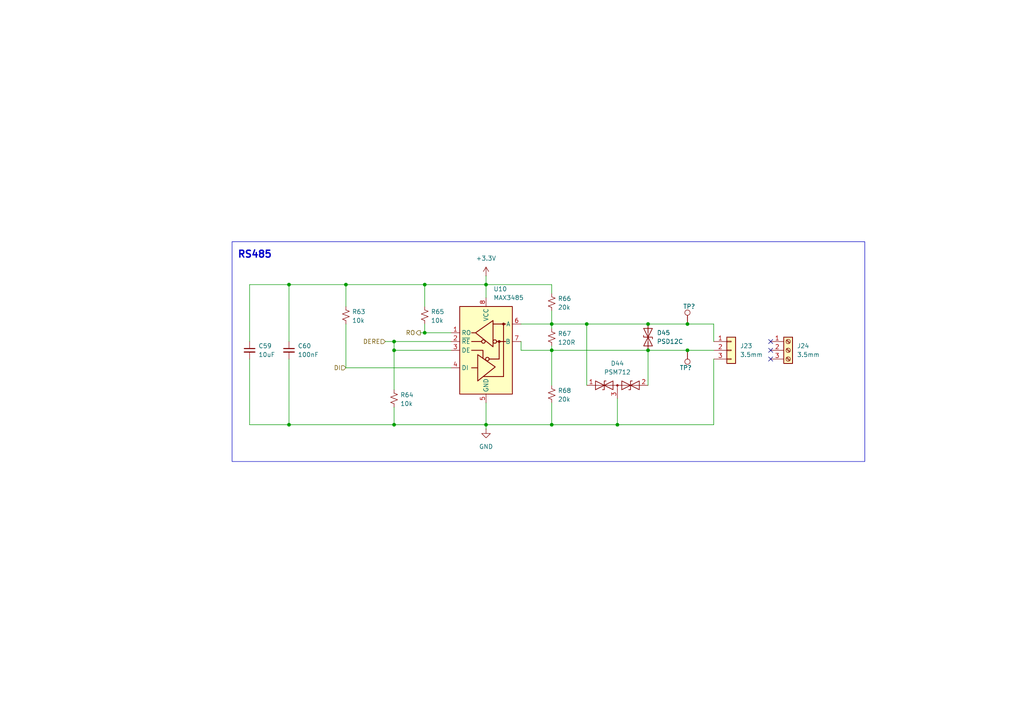
<source format=kicad_sch>
(kicad_sch (version 20250114) (generator "eeschema") (generator_version "9.0")
  (paper "A4")
  (title_block (title "https://github.com/hoeken/brineomatic") (date "2025-12-22") (rev "C"))
  (lib_symbols
    (symbol "Connector:Screw_Terminal_01x03" (pin_names (offset 1.016) (hide yes))
      (property "Reference" "J" (at 0 5.08 0))
      (property "Value" "Screw_Terminal_01x03" (at 0 -5.08 0))
      (symbol "Screw_Terminal_01x03_1_1"
        (rectangle (start -1.27 3.81) (end 1.27 -3.81) (stroke (width 0.254)) (fill (type background)))
        (polyline (pts (xy -0.5334 2.8702) (xy 0.3302 2.032)) (stroke (width 0.1524)))
        (polyline (pts (xy -0.5334 0.3302) (xy 0.3302 -0.508)) (stroke (width 0.1524)))
        (polyline (pts (xy -0.5334 -2.2098) (xy 0.3302 -3.048)) (stroke (width 0.1524)))
        (polyline (pts (xy -0.3556 3.048) (xy 0.508 2.2098)) (stroke (width 0.1524)))
        (polyline (pts (xy -0.3556 0.508) (xy 0.508 -0.3302)) (stroke (width 0.1524)))
        (polyline (pts (xy -0.3556 -2.032) (xy 0.508 -2.8702)) (stroke (width 0.1524)))
        (circle (center 0 2.54) (radius 0.635) (stroke (width 0.1524)))
        (circle (center 0 0) (radius 0.635) (stroke (width 0.1524)))
        (circle (center 0 -2.54) (radius 0.635) (stroke (width 0.1524)))
        (pin passive line (at -5.08 2.54 0) (length 3.81) (name "Pin_1") (number "1"))
        (pin passive line (at -5.08 0 0) (length 3.81) (name "Pin_2") (number "2"))
        (pin passive line (at -5.08 -2.54 0) (length 3.81) (name "Pin_3") (number "3"))
      )
    )
    (symbol "Connector:TestPoint" (pin_numbers (hide yes)) (pin_names (offset 0.762) (hide yes))
      (property "Reference" "TP" (at 0 6.858 0))
      (property "Value" "TestPoint" (at 0 5.08 0))
      (symbol "TestPoint_0_1"
        (circle (center 0 3.302) (radius 0.762))
      )
      (symbol "TestPoint_1_1"
        (pin passive line (at 0 0 90) (length 2.54) (name "1") (number "1"))
      )
    )
    (symbol "Connector_Generic:Conn_01x03" (pin_names (offset 1.016) (hide yes))
      (property "Reference" "J" (at 0 5.08 0))
      (property "Value" "Conn_01x03" (at 0 -5.08 0))
      (symbol "Conn_01x03_1_1"
        (rectangle (start -1.27 3.81) (end 1.27 -3.81) (stroke (width 0.254)) (fill (type background)))
        (rectangle (start -1.27 2.667) (end 0 2.413) (stroke (width 0.1524)))
        (rectangle (start -1.27 0.127) (end 0 -0.127) (stroke (width 0.1524)))
        (rectangle (start -1.27 -2.413) (end 0 -2.667) (stroke (width 0.1524)))
        (pin passive line (at -5.08 2.54 0) (length 3.81) (name "Pin_1") (number "1"))
        (pin passive line (at -5.08 0 0) (length 3.81) (name "Pin_2") (number "2"))
        (pin passive line (at -5.08 -2.54 0) (length 3.81) (name "Pin_3") (number "3"))
      )
    )
    (symbol "Device:C_Small" (pin_numbers (hide yes)) (pin_names (offset 0.254) (hide yes))
      (property "Reference" "C" (at 0.254 1.778 0))
      (property "Value" "C_Small" (at 0.254 -2.032 0))
      (symbol "C_Small_0_1"
        (polyline (pts (xy -1.524 0.508) (xy 1.524 0.508)) (stroke (width 0.3048)))
        (polyline (pts (xy -1.524 -0.508) (xy 1.524 -0.508)) (stroke (width 0.3302)))
      )
      (symbol "C_Small_1_1"
        (pin passive line (at 0 2.54 270) (length 2.032) (name "~") (number "1"))
        (pin passive line (at 0 -2.54 90) (length 2.032) (name "~") (number "2"))
      )
    )
    (symbol "Device:R_Small_US" (pin_numbers (hide yes)) (pin_names (offset 0.254) (hide yes))
      (property "Reference" "R" (at 0.762 0.508 0))
      (property "Value" "R_Small_US" (at 0.762 -1.016 0))
      (symbol "R_Small_US_1_1"
        (polyline (pts (xy 0 1.524) (xy 1.016 1.143) (xy 0 0.762) (xy -1.016 0.381) (xy 0 0)))
        (polyline (pts (xy 0 0) (xy 1.016 -0.381) (xy 0 -0.762) (xy -1.016 -1.143) (xy 0 -1.524)))
        (pin passive line (at 0 2.54 270) (length 1.016) (name "~") (number "1"))
        (pin passive line (at 0 -2.54 90) (length 1.016) (name "~") (number "2"))
      )
    )
    (symbol "Diode:SD12_SOD323" (pin_numbers (hide yes)) (pin_names (offset 1.016) (hide yes))
      (property "Reference" "D" (at 0 2.54 0))
      (property "Value" "SD12_SOD323" (at 0 -2.54 0))
      (symbol "SD12_SOD323_0_1"
        (polyline (pts (xy -2.54 -1.27) (xy 0 0) (xy -2.54 1.27) (xy -2.54 -1.27)) (stroke (width 0.2032)))
        (polyline (pts (xy 0.508 1.27) (xy 0 1.27) (xy 0 -1.27) (xy -0.508 -1.27)) (stroke (width 0.2032)))
        (polyline (pts (xy 1.27 0) (xy -1.27 0)))
        (polyline (pts (xy 2.54 1.27) (xy 2.54 -1.27) (xy 0 0) (xy 2.54 1.27)) (stroke (width 0.2032)))
      )
      (symbol "SD12_SOD323_1_1"
        (pin passive line (at -3.81 0 0) (length 2.54) (name "A1") (number "1"))
        (pin passive line (at 3.81 0 180) (length 2.54) (name "A2") (number "2"))
      )
    )
    (symbol "Diode:SM712_SOT23" (pin_names (offset 1.016) (hide yes))
      (property "Reference" "D" (at 0 4.445 0))
      (property "Value" "SM712_SOT23" (at 0 2.54 0))
      (symbol "SM712_SOT23_0_0"
        (polyline (pts (xy 0 -1.27) (xy 0 0)))
      )
      (symbol "SM712_SOT23_0_1"
        (polyline (pts (xy -6.35 0) (xy 6.35 0)))
        (polyline (pts (xy -6.35 -1.27) (xy -1.27 1.27) (xy -1.27 -1.27) (xy -6.35 1.27) (xy -6.35 -1.27)) (stroke (width 0.2032)))
        (polyline (pts (xy -3.302 1.27) (xy -3.81 1.27) (xy -3.81 -1.27) (xy -4.318 -1.27)) (stroke (width 0.2032)))
        (circle (center 0 0) (radius 0.254) (fill (type outline)))
        (polyline (pts (xy 1.27 -1.27) (xy 1.27 1.27) (xy 6.35 -1.27) (xy 6.35 1.27) (xy 1.27 -1.27)) (stroke (width 0.2032)))
        (polyline (pts (xy 4.318 1.27) (xy 3.81 1.27) (xy 3.81 -1.27) (xy 3.302 -1.27)) (stroke (width 0.2032)))
      )
      (symbol "SM712_SOT23_1_1"
        (pin passive line (at -8.89 0 0) (length 2.54) (name "A1") (number "1"))
        (pin input line (at 0 -3.81 90) (length 2.54) (name "common") (number "3"))
        (pin passive line (at 8.89 0 180) (length 2.54) (name "A2") (number "2"))
      )
    )
    (symbol "Interface_UART:MAX3485"
      (property "Reference" "U" (at -6.985 13.97 0))
      (property "Value" "MAX3485" (at 1.905 13.97 0))
      (symbol "MAX3485_0_1"
        (rectangle (start -7.62 12.7) (end 7.62 -12.7) (stroke (width 0.254)) (fill (type background)))
        (polyline (pts (xy -4.191 2.54) (xy -1.27 2.54)) (stroke (width 0.254)))
        (polyline (pts (xy -4.191 0) (xy -0.889 0) (xy -0.889 -2.286)) (stroke (width 0.254)))
        (polyline (pts (xy -3.175 5.08) (xy -4.191 5.08) (xy -4.064 5.08)) (stroke (width 0.254)))
        (polyline (pts (xy -2.54 -5.08) (xy -4.191 -5.08)) (stroke (width 0.254)))
        (polyline (pts (xy -2.413 -5.08) (xy -2.413 -1.27) (xy 2.667 -4.826) (xy -2.413 -8.89) (xy -2.413 -5.08)) (stroke (width 0.254)))
        (polyline (pts (xy -0.635 -7.62) (xy 5.08 -7.62)) (stroke (width 0.254)))
        (circle (center 0.381 -2.54) (radius 0.508) (stroke (width 0.254)))
        (polyline (pts (xy 0.889 -2.54) (xy 3.81 -2.54)) (stroke (width 0.254)))
        (polyline (pts (xy 2.032 7.62) (xy 5.715 7.62)) (stroke (width 0.254)))
        (polyline (pts (xy 3.048 2.54) (xy 5.715 2.54)) (stroke (width 0.254)))
        (circle (center 3.81 2.54) (radius 0.2794) (stroke (width 0.254)) (fill (type outline)))
        (polyline (pts (xy 3.81 -2.54) (xy 3.81 2.54)) (stroke (width 0.254)))
        (polyline (pts (xy 5.08 -7.62) (xy 5.08 7.62)) (stroke (width 0.254)))
      )
      (symbol "MAX3485_1_1"
        (circle (center -0.762 2.54) (radius 0.508) (stroke (width 0.254)))
        (polyline (pts (xy 2.032 4.826) (xy 2.032 8.636) (xy -3.048 5.08) (xy 2.032 1.016) (xy 2.032 4.826)) (stroke (width 0.254)))
        (circle (center 2.54 2.54) (radius 0.508) (stroke (width 0.254)))
        (circle (center 5.08 7.62) (radius 0.2794) (stroke (width 0.254)) (fill (type outline)))
        (pin output line (at -10.16 5.08 0) (length 2.54) (name "RO") (number "1"))
        (pin input line (at -10.16 2.54 0) (length 2.54) (name "~{RE}") (number "2"))
        (pin input line (at -10.16 0 0) (length 2.54) (name "DE") (number "3"))
        (pin input line (at -10.16 -5.08 0) (length 2.54) (name "DI") (number "4"))
        (pin power_in line (at 0 15.24 270) (length 2.54) (name "VCC") (number "8"))
        (pin power_in line (at 0 -15.24 90) (length 2.54) (name "GND") (number "5"))
        (pin bidirectional line (at 10.16 7.62 180) (length 2.54) (name "A") (number "6"))
        (pin bidirectional line (at 10.16 2.54 180) (length 2.54) (name "B") (number "7"))
      )
    )
    (symbol "power:+3.3V" (power) (pin_numbers (hide yes)) (pin_names (offset 0) (hide yes))
      (property "Value" "+3.3V" (at 0 3.556 0))
      (symbol "+3.3V_0_1"
        (polyline (pts (xy -0.762 1.27) (xy 0 2.54)))
        (polyline (pts (xy 0 2.54) (xy 0.762 1.27)))
        (polyline (pts (xy 0 0) (xy 0 2.54)))
      )
      (symbol "+3.3V_1_1"
        (pin power_in line (at 0 0 90) (length 0) (name "~") (number "1"))
      )
    )
    (symbol "power:GND" (power) (pin_numbers (hide yes)) (pin_names (offset 0) (hide yes))
      (property "Value" "GND" (at 0 -3.81 0))
      (symbol "GND_0_1"
        (polyline (pts (xy 0 0) (xy 0 -1.27) (xy 1.27 -1.27) (xy 0 -2.54) (xy -1.27 -1.27) (xy 0 -1.27)))
      )
      (symbol "GND_1_1"
        (pin power_in line (at 0 0 270) (length 0) (name "~") (number "1"))
      )
    )
  )
  (rectangle (start 67.31 70.104) (end 250.825 133.858))
  (text "RS485" (at 68.834 73.914 0) (effects (font (size 2 2) (thickness 0.4) (bold yes)) (justify left)))
  (junction (at 114.3 101.6))
  (junction (at 100.33 82.55))
  (junction (at 83.82 123.19))
  (junction (at 123.19 96.52))
  (junction (at 83.82 82.55))
  (junction (at 187.96 93.98))
  (junction (at 114.3 123.19))
  (junction (at 160.02 101.6))
  (junction (at 199.39 93.98))
  (junction (at 199.39 101.6))
  (junction (at 123.19 82.55))
  (junction (at 140.97 123.19))
  (junction (at 160.02 93.98))
  (junction (at 140.97 82.55))
  (junction (at 114.3 99.06))
  (junction (at 160.02 123.19))
  (junction (at 187.96 101.6))
  (junction (at 170.18 93.98))
  (junction (at 179.07 123.19))
  (no_connect (at 223.52 99.06))
  (no_connect (at 223.52 104.14))
  (no_connect (at 223.52 101.6))
  (wire (pts (xy 123.19 96.52) (xy 123.19 93.98)))
  (wire (pts (xy 140.97 116.84) (xy 140.97 123.19)))
  (wire (pts (xy 160.02 82.55) (xy 160.02 85.09)))
  (wire (pts (xy 83.82 82.55) (xy 83.82 99.06)))
  (wire (pts (xy 83.82 123.19) (xy 72.39 123.19)))
  (wire (pts (xy 187.96 101.6) (xy 199.39 101.6)))
  (wire (pts (xy 160.02 101.6) (xy 160.02 111.76)))
  (wire (pts (xy 179.07 115.57) (xy 179.07 123.19)))
  (wire (pts (xy 83.82 123.19) (xy 114.3 123.19)))
  (wire (pts (xy 207.01 93.98) (xy 207.01 99.06)))
  (wire (pts (xy 187.96 93.98) (xy 199.39 93.98)))
  (wire (pts (xy 72.39 123.19) (xy 72.39 104.14)))
  (wire (pts (xy 140.97 80.01) (xy 140.97 82.55)))
  (wire (pts (xy 179.07 123.19) (xy 160.02 123.19)))
  (wire (pts (xy 140.97 124.46) (xy 140.97 123.19)))
  (wire (pts (xy 100.33 82.55) (xy 123.19 82.55)))
  (wire (pts (xy 100.33 106.68) (xy 100.33 93.98)))
  (wire (pts (xy 140.97 82.55) (xy 140.97 86.36)))
  (wire (pts (xy 199.39 101.6) (xy 207.01 101.6)))
  (wire (pts (xy 114.3 123.19) (xy 140.97 123.19)))
  (wire (pts (xy 160.02 90.17) (xy 160.02 93.98)))
  (wire (pts (xy 140.97 82.55) (xy 123.19 82.55)))
  (wire (pts (xy 160.02 93.98) (xy 170.18 93.98)))
  (wire (pts (xy 83.82 82.55) (xy 72.39 82.55)))
  (wire (pts (xy 151.13 101.6) (xy 151.13 99.06)))
  (wire (pts (xy 100.33 82.55) (xy 100.33 88.9)))
  (wire (pts (xy 130.81 99.06) (xy 114.3 99.06)))
  (wire (pts (xy 151.13 101.6) (xy 160.02 101.6)))
  (wire (pts (xy 207.01 104.14) (xy 207.01 123.19)))
  (wire (pts (xy 121.92 96.52) (xy 123.19 96.52)))
  (wire (pts (xy 160.02 101.6) (xy 187.96 101.6)))
  (wire (pts (xy 83.82 104.14) (xy 83.82 123.19)))
  (wire (pts (xy 160.02 101.6) (xy 160.02 100.33)))
  (wire (pts (xy 199.39 93.98) (xy 207.01 93.98)))
  (wire (pts (xy 114.3 99.06) (xy 114.3 101.6)))
  (wire (pts (xy 130.81 101.6) (xy 114.3 101.6)))
  (wire (pts (xy 111.76 99.06) (xy 114.3 99.06)))
  (wire (pts (xy 160.02 116.84) (xy 160.02 123.19)))
  (wire (pts (xy 114.3 118.11) (xy 114.3 123.19)))
  (wire (pts (xy 187.96 101.6) (xy 187.96 111.76)))
  (wire (pts (xy 160.02 95.25) (xy 160.02 93.98)))
  (wire (pts (xy 130.81 106.68) (xy 100.33 106.68)))
  (wire (pts (xy 72.39 82.55) (xy 72.39 99.06)))
  (wire (pts (xy 151.13 93.98) (xy 160.02 93.98)))
  (wire (pts (xy 130.81 96.52) (xy 123.19 96.52)))
  (wire (pts (xy 140.97 82.55) (xy 160.02 82.55)))
  (wire (pts (xy 123.19 82.55) (xy 123.19 88.9)))
  (wire (pts (xy 170.18 93.98) (xy 170.18 111.76)))
  (wire (pts (xy 100.33 82.55) (xy 83.82 82.55)))
  (wire (pts (xy 170.18 93.98) (xy 187.96 93.98)))
  (wire (pts (xy 207.01 123.19) (xy 179.07 123.19)))
  (wire (pts (xy 160.02 123.19) (xy 140.97 123.19)))
  (wire (pts (xy 114.3 101.6) (xy 114.3 113.03)))
  (hierarchical_label "DERE" (shape input) (at 111.76 99.06 180))
  (hierarchical_label "RO" (shape output) (at 121.92 96.52 180))
  (hierarchical_label "DI" (shape input) (at 100.33 106.68 180))
  (symbol (lib_id "power:GND") (at 140.97 124.46 0) (unit 1)
    (property "Reference" "#PWR071" (effects (hide yes)))
    (property "Value" "GND" (at 140.97 129.54 0))
    (property "Description" "Power symbol creates a global label with name \"GND\" , ground" (effects (hide yes)))
  )
  (symbol (lib_id "Diode:SD12_SOD323") (at 187.96 97.79 90) (unit 1)
    (property "Reference" "D45" (at 190.5 96.5199 90) (effects (justify right)))
    (property "Value" "PSD12C" (at 190.5 99.0599 90) (effects (justify right)))
    (property "Footprint" "Diode_SMD:D_SOD-323" (effects (hide yes)))
    (property "Datasheet" "https://www.littelfuse.com/~/media/electronics/datasheets/tvs_diode_arrays/littelfuse_tvs_diode_array_sd_c_datasheet.pdf.pdf" (effects (hide yes)))
    (property "Description" "12V, 450W Discrete Bidirectional TVS Diode, SOD-323" (effects (hide yes)))
    (property "LCSC" "PSD12C-LF-T7" (effects (hide yes)))
  )
  (symbol (lib_id "Device:R_Small_US") (at 160.02 114.3 180) (unit 1)
    (property "Reference" "R68" (at 161.798 113.284 0) (effects (justify right)))
    (property "Value" "20k" (at 161.798 115.824 0) (effects (justify right)))
    (property "Footprint" "Resistor_SMD:R_0603_1608Metric" (effects (hide yes)))
    (property "Description" "Resistor, small US symbol" (effects (hide yes)))
    (property "LCSC" " C4184" (effects (hide yes)))
  )
  (symbol (lib_id "Device:R_Small_US") (at 100.33 91.44 180) (unit 1)
    (property "Reference" "R63" (at 102.108 90.424 0) (effects (justify right)))
    (property "Value" "10k" (at 102.108 92.964 0) (effects (justify right)))
    (property "Footprint" "Resistor_SMD:R_0603_1608Metric" (effects (hide yes)))
    (property "Description" "Resistor, small US symbol" (effects (hide yes)))
    (property "LCSC" "C25804" (effects (hide yes)))
  )
  (symbol (lib_id "Diode:SM712_SOT23") (at 179.07 111.76 0) (unit 1)
    (property "Reference" "D44" (at 179.07 105.41 0))
    (property "Value" "PSM712" (at 179.07 107.95 0))
    (property "Footprint" "Package_TO_SOT_SMD:SOT-23" (effects (hide yes)))
    (property "Datasheet" "https://www.littelfuse.com/~/media/electronics/datasheets/tvs_diode_arrays/littelfuse_tvs_diode_array_sm712_datasheet.pdf.pdf" (effects (hide yes)))
    (property "Description" "7V/12V, 600W Asymmetrical TVS Diode Array, SOT-23" (effects (hide yes)))
    (property "LCSC" "C2687124" (effects (hide yes)))
  )
  (symbol (lib_id "Connector:TestPoint") (at 199.39 101.6 180) (unit 1)
    (property "Reference" "TP?" (at 200.66 106.68 0) (effects (justify left)))
    (property "Value" "TestPoint" (effects (hide yes)))
    (property "Footprint" "TestPoint:TestPoint_Pad_D1.5mm" (effects (hide yes)))
    (property "Description" "test point" (effects (hide yes)))
  )
  (symbol (lib_id "Device:C_Small") (at 72.39 101.6 0) (unit 1)
    (property "Reference" "C59" (at 74.93 100.3363 0) (effects (justify left)))
    (property "Value" "10uF" (at 74.93 102.8763 0) (effects (justify left)))
    (property "Footprint" "Capacitor_SMD:C_0603_1608Metric" (effects (hide yes)))
  )
  (symbol (lib_id "Device:R_Small_US") (at 123.19 91.44 180) (unit 1)
    (property "Reference" "R65" (at 124.968 90.424 0) (effects (justify right)))
    (property "Value" "10k" (at 124.968 92.964 0) (effects (justify right)))
    (property "Footprint" "Resistor_SMD:R_0603_1608Metric" (effects (hide yes)))
    (property "Description" "Resistor, small US symbol" (effects (hide yes)))
    (property "LCSC" "C25804" (effects (hide yes)))
  )
  (symbol (lib_id "Device:R_Small_US") (at 160.02 97.79 180) (unit 1)
    (property "Reference" "R67" (at 161.798 96.774 0) (effects (justify right)))
    (property "Value" "120R" (at 161.798 99.314 0) (effects (justify right)))
    (property "Footprint" "Resistor_SMD:R_0603_1608Metric" (effects (hide yes)))
    (property "Description" "Resistor, small US symbol" (effects (hide yes)))
    (property "LCSC" " C22787" (effects (hide yes)))
  )
  (symbol (lib_id "Device:C_Small") (at 83.82 101.6 0) (unit 1)
    (property "Reference" "C60" (at 86.36 100.3363 0) (effects (justify left)))
    (property "Value" "100nF" (at 86.36 102.8763 0) (effects (justify left)))
    (property "Footprint" "Capacitor_SMD:C_0603_1608Metric" (effects (hide yes)))
    (property "LCSC" "C14663" (effects (hide yes)))
  )
  (symbol (lib_id "Interface_UART:MAX3485") (at 140.97 101.6 0) (unit 1)
    (property "Reference" "U10" (at 143.1133 83.82 0) (effects (justify left)))
    (property "Value" "MAX3485" (at 143.1133 86.36 0) (effects (justify left)))
    (property "Footprint" "Package_SO:SOIC-8_3.9x4.9mm_P1.27mm" (effects (hide yes)))
    (property "Datasheet" "https://datasheets.maximintegrated.com/en/ds/MAX3483-MAX3491.pdf" (effects (hide yes)))
    (property "Description" "True RS-485/RS-422, 10Mbps, Slew-Rate Limited, with low-power shutdown, with receiver/driver enable, 32 receiver drive capacitity, DIP-8 and SOIC-8" (effects (hide yes)))
    (property "LCSC" "C668204" (effects (hide yes)))
  )
  (symbol (lib_id "power:+3.3V") (at 140.97 80.01 0) (unit 1)
    (property "Reference" "#PWR070" (effects (hide yes)))
    (property "Value" "+3.3V" (at 140.97 74.93 0))
    (property "Description" "Power symbol creates a global label with name \"+3.3V\"" (effects (hide yes)))
  )
  (symbol (lib_id "Connector_Generic:Conn_01x03") (at 212.09 101.6 0) (unit 1)
    (property "Reference" "J23" (at 214.63 100.3299 0) (effects (justify left)))
    (property "Value" "3.5mm" (at 214.63 102.8699 0) (effects (justify left)))
    (property "Footprint" "yarrboard:PhoenixContact_MC_1,5_3-G-3.5_1x03_P3.50mm_Horizontal" (effects (hide yes)))
    (property "Description" "Generic connector, single row, 01x03, script generated (kicad-library-utils/schlib/autogen/connector/)" (effects (hide yes)))
    (property "LCSC" "C5188296" (effects (hide yes)))
  )
  (symbol (lib_id "Device:R_Small_US") (at 114.3 115.57 180) (unit 1)
    (property "Reference" "R64" (at 116.078 114.554 0) (effects (justify right)))
    (property "Value" "10k" (at 116.078 117.094 0) (effects (justify right)))
    (property "Footprint" "Resistor_SMD:R_0603_1608Metric" (effects (hide yes)))
    (property "Description" "Resistor, small US symbol" (effects (hide yes)))
    (property "LCSC" "C25804" (effects (hide yes)))
  )
  (symbol (lib_id "Device:R_Small_US") (at 160.02 87.63 180) (unit 1)
    (property "Reference" "R66" (at 161.798 86.614 0) (effects (justify right)))
    (property "Value" "20k" (at 161.798 89.154 0) (effects (justify right)))
    (property "Footprint" "Resistor_SMD:R_0603_1608Metric" (effects (hide yes)))
    (property "Description" "Resistor, small US symbol" (effects (hide yes)))
    (property "LCSC" " C4184" (effects (hide yes)))
  )
  (symbol (lib_id "Connector:TestPoint") (at 199.39 93.98 0) (unit 1)
    (property "Reference" "TP?" (at 198.12 88.9 0) (effects (justify left)))
    (property "Value" "TestPoint" (effects (hide yes)))
    (property "Footprint" "TestPoint:TestPoint_Pad_D1.5mm" (effects (hide yes)))
    (property "Description" "test point" (effects (hide yes)))
  )
  (symbol (lib_id "Connector:Screw_Terminal_01x03") (at 228.6 101.6 0) (unit 1) (in_bom no) (on_board no)
    (property "Reference" "J24" (at 231.14 100.3299 0) (effects (justify left)))
    (property "Value" "3.5mm" (at 231.14 102.8699 0) (effects (justify left)))
    (property "Description" "Generic screw terminal, single row, 01x03, script generated (kicad-library-utils/schlib/autogen/connector/)" (effects (hide yes)))
    (property "LCSC" "C5188250" (effects (hide yes)))
  )
)
</source>
